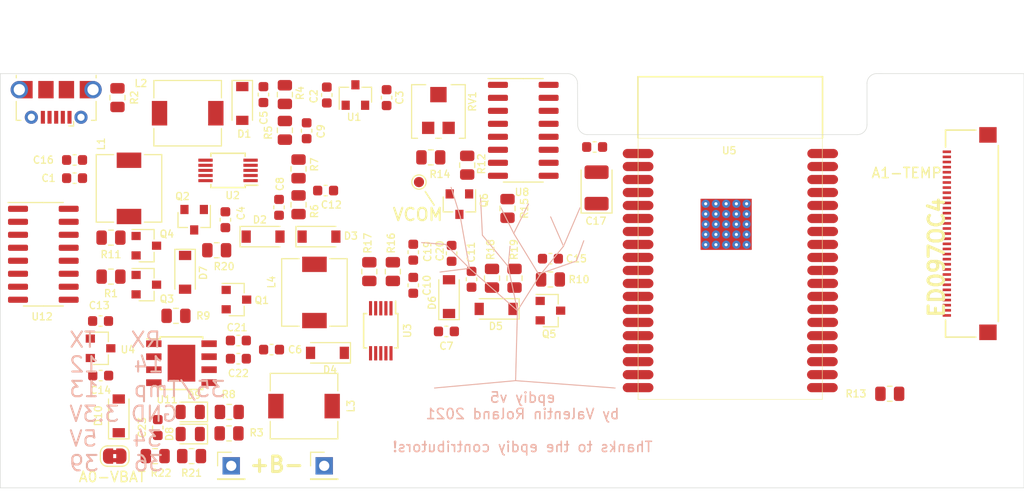
<source format=kicad_pcb>
(kicad_pcb (version 20210228) (generator pcbnew)
  (layers (0 "F.Cu" signal) (31 "B.Cu" signal) (34 "B.Paste" user) (35 "F.Paste" user) (36 "B.SilkS" user "B.Silkscreen") (37 "F.SilkS" user "F.Silkscreen") (38 "B.Mask" user) (39 "F.Mask" user) (44 "Edge.Cuts" user))
  (net 0 "")
  (net 1 "GND")
  (net 2 "Net-(C4-Pad2)")
  (net 3 "Net-(C4-Pad1)")
  (net 4 "/+22V")
  (net 5 "Net-(C5-Pad1)")
  (net 6 "/-20V")
  (net 7 "Net-(C8-Pad1)")
  (net 8 "/-15V")
  (net 9 "/15V")
  (net 10 "/EN")
  (net 11 "Net-(D1-Pad2)")
  (net 12 "/EP_CKH")
  (net 13 "/EP_LE")
  (net 14 "/EP_OE")
  (net 15 "/EP_STH")
  (net 16 "/EP_D0")
  (net 17 "/EP_D1")
  (net 18 "/EP_D2")
  (net 19 "/EP_D3")
  (net 20 "/EP_D4")
  (net 21 "/EP_D5")
  (net 22 "/EP_D6")
  (net 23 "/EP_D7")
  (net 24 "/EP_VCOM")
  (net 25 "/EP_MODE")
  (net 26 "/EP_STV")
  (net 27 "/EP_CKV")
  (net 28 "Net-(J2-Pad2)")
  (net 29 "Net-(J2-Pad3)")
  (net 30 "/MISO")
  (net 31 "/SCLK")
  (net 32 "/MOSI")
  (net 33 "/A0")
  (net 34 "/SENSOR_VN")
  (net 35 "/SENSOR_VP")
  (net 36 "Net-(R14-Pad2)")
  (net 37 "Net-(RV1-Pad2)")
  (net 38 "/USB_TXD")
  (net 39 "/USB_RXD")
  (net 40 "/+3.3V")
  (net 41 "Net-(C7-Pad2)")
  (net 42 "Net-(C7-Pad1)")
  (net 43 "Net-(C10-Pad1)")
  (net 44 "Net-(C11-Pad1)")
  (net 45 "Net-(D4-Pad2)")
  (net 46 "/A1")
  (net 47 "/CTRL-20V")
  (net 48 "/CTRL+22V")
  (net 49 "/CTRL-15V")
  (net 50 "/CTRL+15V")
  (net 51 "SW_VIN")
  (net 52 "EPD_VDD")
  (net 53 "/SMPS_CTRL")
  (net 54 "/~RTS")
  (net 55 "Net-(Q3-Pad1)")
  (net 56 "/~DTR")
  (net 57 "Net-(Q4-Pad1)")
  (net 58 "Net-(Q2-Pad1)")
  (net 59 "Net-(Q6-Pad1)")
  (net 60 "Net-(U5-Pad8)")
  (net 61 "Net-(U5-Pad9)")
  (net 62 "BAT+")
  (net 63 "VBUS")
  (net 64 "Net-(D8-Pad1)")
  (net 65 "Net-(D9-Pad1)")
  (net 66 "Net-(R3-Pad1)")
  (net 67 "Net-(R8-Pad1)")
  (net 68 "Net-(R9-Pad2)")
  (net 69 "VIN")
  (net 70 "/+3.3_Serial")
  (net 71 "Net-(D10-Pad1)")
  (net 72 "Net-(C23-Pad2)")
  (net 73 "/IO0")
  (footprint "Capacitor_SMD:C_0603_1608Metric" (layer "F.Cu") (at 46.99 33.782 90)
    (fp_text reference "C4" (at 0.635 1.524 270) (layer "F.SilkS") (effects (font (size 0.7 0.7) (thickness 0.12))))
    (fp_text value "0.1uF")
    (pad "1" smd roundrect (at -0.775 0 90) (size 0.9 0.95) (layers "F.Cu" "F.Paste" "F.Mask") (net 3 "Net-(C4-Pad1)"))
    (pad "2" smd roundrect (at 0.775 0 90) (size 0.9 0.95) (layers "F.Cu" "F.Paste" "F.Mask") (net 2 "Net-(C4-Pad2)"))
  )
  (footprint "Capacitor_SMD:C_0603_1608Metric" (layer "F.Cu") (at 52.2308 32.5712 -90)
    (fp_text reference "C8" (at -2.2817 -0.0932 90) (layer "F.SilkS") (effects (font (size 0.7 0.7) (thickness 0.12))))
    (fp_text value "100pF")
    (pad "1" smd roundrect (at -0.775 0 270) (size 0.9 0.95) (layers "F.Cu" "F.Paste" "F.Mask") (net 7 "Net-(C8-Pad1)"))
    (pad "2" smd roundrect (at 0.775 0 270) (size 0.9 0.95) (layers "F.Cu" "F.Paste" "F.Mask") (net 6 "/-20V"))
  )
  (footprint "Capacitor_SMD:C_0603_1608Metric" (layer "F.Cu") (at 54.9275 25.0825 90)
    (fp_text reference "C9" (at -0.0635 1.397 90) (layer "F.SilkS") (effects (font (size 0.7 0.7) (thickness 0.12))))
    (fp_text value "1uF")
    (pad "1" smd roundrect (at -0.775 0 90) (size 0.9 0.95) (layers "F.Cu" "F.Paste" "F.Mask") (net 1 "GND"))
    (pad "2" smd roundrect (at 0.775 0 90) (size 0.9 0.95) (layers "F.Cu" "F.Paste" "F.Mask") (net 4 "/+22V"))
  )
  (footprint "Diode_SMD:D_SOD-123" (layer "F.Cu") (at 50.673 35.433)
    (fp_text reference "D2" (at -0.3175 -1.651) (layer "F.SilkS") (effects (font (size 0.7 0.7) (thickness 0.12))))
    (fp_text value "MBR0540")
    (pad "1" smd rect (at -1.65 0) (size 0.9 1.2) (layers "F.Cu" "F.Paste" "F.Mask") (net 1 "GND"))
    (pad "2" smd rect (at 1.65 0) (size 0.9 1.2) (layers "F.Cu" "F.Paste" "F.Mask") (net 3 "Net-(C4-Pad1)"))
  )
  (footprint "Diode_SMD:D_SOD-123" (layer "F.Cu") (at 56.134 35.433)
    (fp_text reference "D3" (at 3.1115 -0.0635) (layer "F.SilkS") (effects (font (size 0.7 0.7) (thickness 0.12))))
    (fp_text value "MBR0540")
    (pad "1" smd rect (at -1.65 0) (size 0.9 1.2) (layers "F.Cu" "F.Paste" "F.Mask") (net 3 "Net-(C4-Pad1)"))
    (pad "2" smd rect (at 1.65 0) (size 0.9 1.2) (layers "F.Cu" "F.Paste" "F.Mask") (net 6 "/-20V"))
  )
  (footprint "epaper-breakout:CONN_ED097OC4" (layer "F.Cu") (at 115.01325 35.14 -90)
    (fp_text reference "J1" hide)
    (fp_text value "XF2M-3315-1A" hide)
    (pad "1" smd rect (at 7.999999 -2.4511) (size 0.8128 0.254) (layers "F.Cu" "F.Paste" "F.Mask") (net 8 "/-15V"))
    (pad "2" smd rect (at 7.5 -2.4511) (size 0.8128 0.254) (layers "F.Cu" "F.Paste" "F.Mask"))
    (pad "3" smd rect (at 6.999999 -2.4511) (size 0.8128 0.254) (layers "F.Cu" "F.Paste" "F.Mask") (net 9 "/15V"))
    (pad "4" smd rect (at 6.5 -2.4511) (size 0.8128 0.254) (layers "F.Cu" "F.Paste" "F.Mask"))
    (pad "5" smd rect (at 5.999998 -2.4511) (size 0.8128 0.254) (layers "F.Cu" "F.Paste" "F.Mask") (net 1 "GND"))
    (pad "6" smd rect (at 5.499999 -2.4511) (size 0.8128 0.254) (layers "F.Cu" "F.Paste" "F.Mask"))
    (pad "7" smd rect (at 5 -2.4511) (size 0.8128 0.254) (layers "F.Cu" "F.Paste" "F.Mask") (net 52 "EPD_VDD"))
    (pad "8" smd rect (at 4.499999 -2.4511) (size 0.8128 0.254) (layers "F.Cu" "F.Paste" "F.Mask") (net 12 "/EP_CKH"))
    (pad "9" smd rect (at 4 -2.4511) (size 0.8128 0.254) (layers "F.Cu" "F.Paste" "F.Mask") (net 13 "/EP_LE"))
    (pad "10" smd rect (at 3.499998 -2.4511) (size 0.8128 0.254) (layers "F.Cu" "F.Paste" "F.Mask") (net 14 "/EP_OE"))
    (pad "11" smd rect (at 2.999999 -2.4511) (size 0.8128 0.254) (layers "F.Cu" "F.Paste" "F.Mask") (net 52 "EPD_VDD"))
    (pad "12" smd rect (at 2.5 -2.4511) (size 0.8128 0.254) (layers "F.Cu" "F.Paste" "F.Mask") (net 15 "/EP_STH"))
    (pad "13" smd rect (at 1.999999 -2.4511) (size 0.8128 0.254) (layers "F.Cu" "F.Paste" "F.Mask") (net 16 "/EP_D0"))
    (pad "14" smd rect (at 1.5 -2.4511) (size 0.8128 0.254) (layers "F.Cu" "F.Paste" "F.Mask") (net 17 "/EP_D1"))
    (pad "15" smd rect (at 0.999998 -2.4511) (size 0.8128 0.254) (layers "F.Cu" "F.Paste" "F.Mask") (net 18 "/EP_D2"))
    (pad "16" smd rect (at 0.499999 -2.4511) (size 0.8128 0.254) (layers "F.Cu" "F.Paste" "F.Mask") (net 19 "/EP_D3"))
    (pad "17" smd rect (at 0 -2.4511) (size 0.8128 0.254) (layers "F.Cu" "F.Paste" "F.Mask") (net 20 "/EP_D4"))
    (pad "18" smd rect (at -0.500002 -2.4511) (size 0.8128 0.254) (layers "F.Cu" "F.Paste" "F.Mask") (net 21 "/EP_D5"))
    (pad "19" smd rect (at -1.000001 -2.4511) (size 0.8128 0.254) (layers "F.Cu" "F.Paste" "F.Mask") (net 22 "/EP_D6"))
    (pad "20" smd rect (at -1.5 -2.4511) (size 0.8128 0.254) (layers "F.Cu" "F.Paste" "F.Mask") (net 23 "/EP_D7"))
    (pad "21" smd rect (at -2.000001 -2.4511) (size 0.8128 0.254) (layers "F.Cu" "F.Paste" "F.Mask"))
    (pad "22" smd rect (at -2.5 -2.4511) (size 0.8128 0.254) (layers "F.Cu" "F.Paste" "F.Mask") (net 24 "/EP_VCOM"))
    (pad "23" smd rect (at -3.000002 -2.4511) (size 0.8128 0.254) (layers "F.Cu" "F.Paste" "F.Mask"))
    (pad "24" smd rect (at -3.500001 -2.4511) (size 0.8128 0.254) (layers "F.Cu" "F.Paste" "F.Mask") (net 4 "/+22V"))
    (pad "25" smd rect (at -4 -2.4511) (size 0.8128 0.254) (layers "F.Cu" "F.Paste" "F.Mask"))
    (pad "26" smd rect (at -4.500001 -2.4511) (size 0.8128 0.254) (layers "F.Cu" "F.Paste" "F.Mask") (net 6 "/-20V"))
    (pad "27" smd rect (at -5 -2.4511) (size 0.8128 0.254) (layers "F.Cu" "F.Paste" "F.Mask"))
    (pad "28" smd rect (at -5.500002 -2.4511) (size 0.8128 0.254) (layers "F.Cu" "F.Paste" "F.Mask") (net 25 "/EP_MODE"))
    (pad "29" smd rect (at -6.000001 -2.4511) (size 0.8128 0.254) (layers "F.Cu" "F.Paste" "F.Mask") (net 25 "/EP_MODE"))
    (pad "30" smd rect (at -6.5 -2.4511) (size 0.8128 0.254) (layers "F.Cu" "F.Paste" "F.Mask") (net 52 "EPD_VDD"))
    (pad "31" smd rect (at -7.000001 -2.4511) (size 0.8128 0.254) (layers "F.Cu" "F.Paste" "F.Mask") (net 26 "/EP_STV"))
    (pad "32" smd rect (at -7.5 -2.4511) (size 0.8128 0.254) (layers "F.Cu" "F.Paste" "F.Mask") (net 27 "/EP_CKV"))
    (pad "33" smd rect (at -8.000002 -2.4511) (size 0.8128 0.254) (layers "F.Cu" "F.Paste" "F.Mask") (net 1 "GND"))
    (pad "34" smd rect (at -9.652 -6.4643 270) (size 1.524 1.7018) (layers "F.Cu" "F.Paste" "F.Mask"))
    (pad "35" smd rect (at 9.652 -6.4643 270) (size 1.524 1.7018) (layers "F.Cu" "F.Paste" "F.Mask"))
  )
  (footprint "epaper-breakout:USB_Micro-B_A01SB141B1-067" (layer "F.Cu") (at 30.463 21.065 180)
    (fp_text reference "J2")
    (fp_text value "C10418")
    (pad "1" smd rect (at -1.3 -2.7 180) (size 0.4 1.25) (layers "F.Cu" "F.Paste" "F.Mask") (net 63 "VBUS"))
    (pad "2" smd rect (at -0.65 -2.7 180) (size 0.4 1.25) (layers "F.Cu" "F.Paste" "F.Mask") (net 28 "Net-(J2-Pad2)"))
    (pad "3" smd rect (at 0 -2.7 180) (size 0.4 1.25) (layers "F.Cu" "F.Paste" "F.Mask") (net 29 "Net-(J2-Pad3)"))
    (pad "4" smd rect (at 0.65 -2.7 180) (size 0.4 1.25) (layers "F.Cu" "F.Paste" "F.Mask"))
    (pad "5" smd rect (at 1.3 -2.7 180) (size 0.4 1.25) (layers "F.Cu" "F.Paste" "F.Mask") (net 1 "GND"))
    (pad "6" thru_hole circle (at 2.425 -2.7 180) (size 1.29 1.29) (drill 0.7) (layers *.Cu *.Mask "F.Paste") (net 1 "GND"))
    (pad "6" thru_hole circle (at -2.425 -2.7 180) (size 1.29 1.29) (drill 0.7) (layers *.Cu *.Mask "F.Paste") (net 1 "GND"))
    (pad "GND" smd rect (at 2.9 0 180) (size 1.2 1.7) (layers "F.Cu" "F.Paste" "F.Mask"))
    (pad "GND" thru_hole circle (at 3.6 0 180) (size 1.7 1.7) (drill oval 1.1) (layers *.Cu *.Mask "F.Paste"))
    (pad "GND" smd rect (at 1 0 180) (size 1.5 1.7) (layers "F.Cu" "F.Paste" "F.Mask"))
    (pad "GND" thru_hole circle (at -3.6 0) (size 1.7 1.7) (drill oval 1.1) (layers *.Cu *.Mask "F.Paste"))
    (pad "GND" smd rect (at -1 0 180) (size 1.5 1.7) (layers "F.Cu" "F.Paste" "F.Mask"))
    (pad "GND" smd rect (at -2.9 0 180) (size 1.2 1.7) (layers "F.Cu" "F.Paste" "F.Mask"))
  )
  (footprint "Inductor_SMD:L_6.3x6.3_H3" (layer "F.Cu") (at 43.307 23.368 180)
    (fp_text reference "L2" (at 4.572 2.921 180) (layer "F.SilkS") (effects (font (size 0.7 0.7) (thickness 0.12))))
    (fp_text value "22uH")
    (pad "1" smd rect (at -2.75 0 180) (size 1.5 2.4) (layers "F.Cu" "F.Paste" "F.Mask") (net 11 "Net-(D1-Pad2)"))
    (pad "2" smd rect (at 2.75 0 180) (size 1.5 2.4) (layers "F.Cu" "F.Paste" "F.Mask") (net 51 "SW_VIN"))
  )
  (footprint "Resistor_SMD:R_0805_2012Metric" (layer "F.Cu") (at 74.549 32.679 -90)
    (fp_text reference "R15" (at 0 -1.65 90) (layer "F.SilkS") (effects (font (size 0.7 0.7) (thickness 0.12))))
    (fp_text value "10k")
    (pad "1" smd roundrect (at -0.9125 0 270) (size 1.025 1.4) (layers "F.Cu" "F.Paste" "F.Mask") (roundrect_rratio 0.2439014634146341) (net 40 "/+3.3V"))
    (pad "2" smd roundrect (at 0.9125 0 270) (size 1.025 1.4) (layers "F.Cu" "F.Paste" "F.Mask") (roundrect_rratio 0.2439014634146341) (net 73 "/IO0"))
  )
  (footprint "epaper-breakout:EVM3ESX50B25" (layer "F.Cu") (at 67.8 23.2 -90)
    (fp_text reference "RV1" (at -0.975 -3.32 90) (layer "F.SilkS") (effects (font (size 0.7 0.7) (thickness 0.12))))
    (fp_text value "200k")
    (pad "1" smd rect (at 1.6 1 270) (size 1.2 1.2) (layers "F.Cu" "F.Paste" "F.Mask") (net 1 "GND"))
    (pad "2" smd rect (at -1.65 0 270) (size 1.5 1.6) (layers "F.Cu" "F.Paste" "F.Mask") (net 37 "Net-(RV1-Pad2)"))
    (pad "3" smd rect (at 1.6 -1 270) (size 1.2 1.2) (layers "F.Cu" "F.Paste" "F.Mask") (net 36 "Net-(R14-Pad2)"))
  )
  (footprint "Package_SO:SOIC-16_3.9x9.9mm_P1.27mm" (layer "F.Cu") (at 76.09 25.04)
    (fp_text reference "U8" (at -0.127 6.0452) (layer "F.SilkS") (effects (font (size 0.7 0.7) (thickness 0.12))))
    (fp_text value "74HC4094-normal")
    (pad "1" smd roundrect (at -2.475 -4.445) (size 1.95 0.6) (layers "F.Cu" "F.Paste" "F.Mask") (net 73 "/IO0"))
    (pad "2" smd roundrect (at -2.475 -3.175) (size 1.95 0.6) (layers "F.Cu" "F.Paste" "F.Mask") (net 61 "Net-(U5-Pad9)"))
    (pad "3" smd roundrect (at -2.475 -1.905) (size 1.95 0.6) (layers "F.Cu" "F.Paste" "F.Mask") (net 60 "Net-(U5-Pad8)"))
    (pad "4" smd roundrect (at -2.475 -0.635) (size 1.95 0.6) (layers "F.Cu" "F.Paste" "F.Mask") (net 53 "/SMPS_CTRL"))
    (pad "5" smd roundrect (at -2.475 0.635) (size 1.95 0.6) (layers "F.Cu" "F.Paste" "F.Mask") (net 50 "/CTRL+15V"))
    (pad "6" smd roundrect (at -2.475 1.905) (size 1.95 0.6) (layers "F.Cu" "F.Paste" "F.Mask") (net 49 "/CTRL-15V"))
    (pad "7" smd roundrect (at -2.475 3.175) (size 1.95 0.6) (layers "F.Cu" "F.Paste" "F.Mask") (net 47 "/CTRL-20V"))
    (pad "8" smd roundrect (at -2.475 4.445) (size 1.95 0.6) (layers "F.Cu" "F.Paste" "F.Mask") (net 1 "GND"))
    (pad "9" smd roundrect (at 2.475 4.445) (size 1.95 0.6) (layers "F.Cu" "F.Paste" "F.Mask"))
    (pad "10" smd roundrect (at 2.475 3.175) (size 1.95 0.6) (layers "F.Cu" "F.Paste" "F.Mask"))
    (pad "11" smd roundrect (at 2.475 1.905) (size 1.95 0.6) (layers "F.Cu" "F.Paste" "F.Mask") (net 14 "/EP_OE"))
    (pad "12" smd roundrect (at 2.475 0.635) (size 1.95 0.6) (layers "F.Cu" "F.Paste" "F.Mask") (net 25 "/EP_MODE"))
    (pad "13" smd roundrect (at 2.475 -0.635) (size 1.95 0.6) (layers "F.Cu" "F.Paste" "F.Mask") (net 48 "/CTRL+22V"))
    (pad "14" smd roundrect (at 2.475 -1.905) (size 1.95 0.6) (layers "F.Cu" "F.Paste" "F.Mask") (net 26 "/EP_STV"))
    (pad "15" smd roundrect (at 2.475 -3.175) (size 1.95 0.6) (layers "F.Cu" "F.Paste" "F.Mask") (net 40 "/+3.3V"))
    (pad "16" smd roundrect (at 2.475 -4.445) (size 1.95 0.6) (layers "F.Cu" "F.Paste" "F.Mask") (net 40 "/+3.3V"))
  )
  (footprint "Inductor_SMD:L_6.3x6.3_H3" (layer "F.Cu") (at 37.575 30.717 90)
    (fp_text reference "L1" (at 4.3434 -2.7178 90) (layer "F.SilkS") (effects (font (size 0.7 0.7) (thickness 0.12))))
    (fp_text value "22uH")
    (pad "1" smd rect (at -2.75 0 90) (size 1.5 2.4) (layers "F.Cu" "F.Paste" "F.Mask") (net 2 "Net-(C4-Pad2)"))
    (pad "2" smd rect (at 2.75 0 90) (size 1.5 2.4) (layers "F.Cu" "F.Paste" "F.Mask") (net 51 "SW_VIN"))
  )
  (footprint "Capacitor_SMD:C_0603_1608Metric" (layer "F.Cu") (at 78.74 37.592)
    (fp_text reference "C15" (at 2.54 0 180) (layer "F.SilkS") (effects (font (size 0.7 0.7) (thickness 0.12))))
    (fp_text value "0.1uF")
    (pad "1" smd roundrect (at -0.775 0) (size 0.9 0.95) (layers "F.Cu" "F.Paste" "F.Mask") (net 10 "/EN"))
    (pad "2" smd roundrect (at 0.775 0) (size 0.9 0.95) (layers "F.Cu" "F.Paste" "F.Mask") (net 1 "GND"))
  )
  (footprint "Resistor_SMD:R_0805_2012Metric" (layer "F.Cu") (at 111.887 50.8 180)
    (fp_text reference "R13" (at 3.302 0) (layer "F.SilkS") (effects (font (size 0.7 0.7) (thickness 0.12))))
    (fp_text value "10k")
    (pad "1" smd roundrect (at -0.9125 0 180) (size 1.025 1.4) (layers "F.Cu" "F.Paste" "F.Mask") (roundrect_rratio 0.2439014634146341) (net 13 "/EP_LE"))
    (pad "2" smd roundrect (at 0.9125 0 180) (size 1.025 1.4) (layers "F.Cu" "F.Paste" "F.Mask") (roundrect_rratio 0.2439014634146341) (net 1 "GND"))
  )
  (footprint "Resistor_SMD:R_0805_2012Metric" (layer "F.Cu") (at 52.8023 21.5476 -90)
    (fp_text reference "R4" (at -0.1481 -1.4902 90) (layer "F.SilkS") (effects (font (size 0.7 0.7) (thickness 0.12))))
    (fp_text value "2M")
    (pad "1" smd roundrect (at -0.9125 0 270) (size 1.025 1.4) (layers "F.Cu" "F.Paste" "F.Mask") (roundrect_rratio 0.2439014634146341) (net 4 "/+22V"))
    (pad "2" smd roundrect (at 0.9125 0 270) (size 1.025 1.4) (layers "F.Cu" "F.Paste" "F.Mask") (roundrect_rratio 0.2439014634146341) (net 5 "Net-(C5-Pad1)"))
  )
  (footprint "Diode_SMD:D_SOD-123" (layer "F.Cu") (at 48.641 22.4155 -90)
    (fp_text reference "D1" (at 2.9845 -0.1905 180) (layer "F.SilkS") (effects (font (size 0.7 0.7) (thickness 0.12))))
    (fp_text value "MBR0540")
    (pad "1" smd rect (at -1.65 0 270) (size 0.9 1.2) (layers "F.Cu" "F.Paste" "F.Mask") (net 4 "/+22V"))
    (pad "2" smd rect (at 1.65 0 270) (size 0.9 1.2) (layers "F.Cu" "F.Paste" "F.Mask") (net 11 "Net-(D1-Pad2)"))
  )
  (footprint "Resistor_SMD:R_0805_2012Metric" (layer "F.Cu") (at 52.8023 25.0401 -90)
    (fp_text reference "R5" (at 0.2329 1.6213 90) (layer "F.SilkS") (effects (font (size 0.7 0.7) (thickness 0.12))))
    (fp_text value "120k")
    (pad "1" smd roundrect (at -0.9125 0 270) (size 1.025 1.4) (layers "F.Cu" "F.Paste" "F.Mask") (roundrect_rratio 0.2439014634146341) (net 5 "Net-(C5-Pad1)"))
    (pad "2" smd roundrect (at 0.9125 0 270) (size 1.025 1.4) (layers "F.Cu" "F.Paste" "F.Mask") (roundrect_rratio 0.2439014634146341) (net 1 "GND"))
  )
  (footprint "Capacitor_SMD:C_0603_1608Metric" (layer "F.Cu") (at 50.7068 21.5476 90)
    (fp_text reference "C5" (at -2.2649 0.0297 270) (layer "F.SilkS") (effects (font (size 0.7 0.7) (thickness 0.12))))
    (fp_text value "4.7pF")
    (pad "1" smd roundrect (at -0.775 0 90) (size 0.9 0.95) (layers "F.Cu" "F.Paste" "F.Mask") (net 5 "Net-(C5-Pad1)"))
    (pad "2" smd roundrect (at 0.775 0 90) (size 0.9 0.95) (layers "F.Cu" "F.Paste" "F.Mask") (net 4 "/+22V"))
  )
  (footprint "Capacitor_SMD:C_0603_1608Metric" (layer "F.Cu") (at 56.7808 30.9312 180)
    (fp_text reference "C12" (at -0.5597 -1.3903 180) (layer "F.SilkS") (effects (font (size 0.7 0.7) (thickness 0.12))))
    (fp_text value "1uF")
    (pad "1" smd roundrect (at -0.775 0 180) (size 0.9 0.95) (layers "F.Cu" "F.Paste" "F.Mask") (net 1 "GND"))
    (pad "2" smd roundrect (at 0.775 0 180) (size 0.9 0.95) (layers "F.Cu" "F.Paste" "F.Mask") (net 6 "/-20V"))
  )
  (footprint "Resistor_SMD:R_0805_2012Metric" (layer "F.Cu") (at 54.1358 28.812 90)
    (fp_text reference "R7" (at 0.4275 1.5537 270) (layer "F.SilkS") (effects (font (size 0.7 0.7) (thickness 0.12))))
    (fp_text value "39k")
    (pad "1" smd roundrect (at -0.9125 0 90) (size 1.025 1.4) (layers "F.Cu" "F.Paste" "F.Mask") (roundrect_rratio 0.2439014634146341) (net 7 "Net-(C8-Pad1)"))
    (pad "2" smd roundrect (at 0.9125 0 90) (size 1.025 1.4) (layers "F.Cu" "F.Paste" "F.Mask") (roundrect_rratio 0.2439014634146341) (net 1 "GND"))
  )
  (footprint "Resistor_SMD:R_0805_2012Metric" (layer "F.Cu") (at 54.1358 32.3195 90)
    (fp_text reference "R6" (at -0.637 1.5537 270) (layer "F.SilkS") (effects (font (size 0.7 0.7) (thickness 0.12))))
    (fp_text value "560k")
    (pad "1" smd roundrect (at -0.9125 0 90) (size 1.025 1.4) (layers "F.Cu" "F.Paste" "F.Mask") (roundrect_rratio 0.2439014634146341) (net 6 "/-20V"))
    (pad "2" smd roundrect (at 0.9125 0 90) (size 1.025 1.4) (layers "F.Cu" "F.Paste" "F.Mask") (roundrect_rratio 0.2439014634146341) (net 7 "Net-(C8-Pad1)"))
  )
  (footprint "Resistor_SMD:R_0805_2012Metric" (layer "F.Cu") (at 78.74 39.624 180)
    (fp_text reference "R10" (at -2.794 0) (layer "F.SilkS") (effects (font (size 0.7 0.7) (thickness 0.12))))
    (fp_text value "10k")
    (pad "1" smd roundrect (at -0.9125 0 180) (size 1.025 1.4) (layers "F.Cu" "F.Paste" "F.Mask") (roundrect_rratio 0.2439014634146341) (net 40 "/+3.3V"))
    (pad "2" smd roundrect (at 0.9125 0 180) (size 1.025 1.4) (layers "F.Cu" "F.Paste" "F.Mask") (roundrect_rratio 0.2439014634146341) (net 10 "/EN"))
  )
  (footprint "Capacitor_SMD:C_0603_1608Metric" (layer "F.Cu") (at 56.896 21.59 90)
    (fp_text reference "C2" (at -0.127 -1.27 90) (layer "F.SilkS") (effects (font (size 0.7 0.7) (thickness 0.12))))
    (fp_text value "10uF")
    (pad "1" smd roundrect (at -0.775 0 90) (size 0.9 0.95) (layers "F.Cu" "F.Paste" "F.Mask") (net 1 "GND"))
    (pad "2" smd roundrect (at 0.775 0 90) (size 0.9 0.95) (layers "F.Cu" "F.Paste" "F.Mask") (net 69 "VIN"))
  )
  (footprint "Capacitor_SMD:C_0603_1608Metric" (layer "F.Cu") (at 32.258 27.94 180)
    (fp_text reference "C1" (at 2.54 -1.778) (layer "F.SilkS") (effects (font (size 0.7 0.7) (thickness 0.12))))
    (fp_text value "4.7uF")
    (pad "1" smd roundrect (at -0.775 0 180) (size 0.9 0.95) (layers "F.Cu" "F.Paste" "F.Mask") (net 51 "SW_VIN"))
    (pad "2" smd roundrect (at 0.775 0 180) (size 0.9 0.95) (layers "F.Cu" "F.Paste" "F.Mask") (net 1 "GND"))
  )
  (footprint "TestPoint:TestPoint_Pad_D1.0mm" (layer "F.Cu") (at 65.9 30.1)
    (fp_text reference "TP1" hide)
    (fp_text value "TestPoint_Probe")
    (pad "1" smd circle (at 0 0) (size 1 1) (layers "F.Cu" "F.Mask") (net 24 "/EP_VCOM"))
  )
  (footprint "Capacitor_SMD:C_0603_1608Metric" (layer "F.Cu") (at 65.3415 40.1955 90)
    (fp_text reference "C10" (at 0 1.3335 270) (layer "F.SilkS") (effects (font (size 0.7 0.7) (thickness 0.12))))
    (fp_text value "4.7pF")
    (pad "1" smd roundrect (at -0.775 0 90) (size 0.9 0.95) (layers "F.Cu" "F.Paste" "F.Mask") (net 43 "Net-(C10-Pad1)"))
    (pad "2" smd roundrect (at 0.775 0 90) (size 0.9 0.95) (layers "F.Cu" "F.Paste" "F.Mask") (net 9 "/15V"))
  )
  (footprint "Capacitor_SMD:C_0603_1608Metric" (layer "F.Cu") (at 71.0348 39.6032 90)
    (fp_text reference "C11" (at 2.6462 -0.0418 90) (layer "F.SilkS") (effects (font (size 0.7 0.7) (thickness 0.12))))
    (fp_text value "100pF")
    (pad "1" smd roundrect (at -0.775 0 90) (size 0.9 0.95) (layers "F.Cu" "F.Paste" "F.Mask") (net 44 "Net-(C11-Pad1)"))
    (pad "2" smd roundrect (at 0.775 0 90) (size 0.9 0.95) (layers "F.Cu" "F.Paste" "F.Mask") (net 8 "/-15V"))
  )
  (footprint "Capacitor_SMD:C_0603_1608Metric" (layer "F.Cu") (at 69.088 37.071 -90)
    (fp_text reference "C20" (at -0.241 1.143 -90) (layer "F.SilkS") (effects (font (size 0.7 0.7) (thickness 0.12))))
    (fp_text value "1uF")
    (pad "1" smd roundrect (at -0.775 0 270) (size 0.9 0.95) (layers "F.Cu" "F.Paste" "F.Mask") (net 1 "GND"))
    (pad "2" smd roundrect (at 0.775 0 270) (size 0.9 0.95) (layers "F.Cu" "F.Paste" "F.Mask") (net 8 "/-15V"))
  )
  (footprint "Diode_SMD:D_SOD-123" (layer "F.Cu") (at 73.4348 42.5032 180)
    (fp_text reference "D5" (at 0.0288 -1.6928) (layer "F.SilkS") (effects (font (size 0.7 0.7) (thickness 0.12))))
    (fp_text value "MBR0540")
    (pad "1" smd rect (at -1.65 0 180) (size 0.9 1.2) (layers "F.Cu" "F.Paste" "F.Mask") (net 1 "GND"))
    (pad "2" smd rect (at 1.65 0 180) (size 0.9 1.2) (layers "F.Cu" "F.Paste" "F.Mask") (net 42 "Net-(C7-Pad1)"))
  )
  (footprint "Diode_SMD:D_SOD-123" (layer "F.Cu") (at 68.8348 41.3032 90)
    (fp_text reference "D6" (at -0.6068 -1.6518 90) (layer "F.SilkS") (effects (font (size 0.7 0.7) (thickness 0.12))))
    (fp_text value "MBR0540")
    (pad "1" smd rect (at -1.65 0 90) (size 0.9 1.2) (layers "F.Cu" "F.Paste" "F.Mask") (net 42 "Net-(C7-Pad1)"))
    (pad "2" smd rect (at 1.65 0 90) (size 0.9 1.2) (layers "F.Cu" "F.Paste" "F.Mask") (net 8 "/-15V"))
  )
  (footprint "Inductor_SMD:L_6.3x6.3_H3" (layer "F.Cu") (at 55.6895 40.894 90)
    (fp_text reference "L4" (at 1.016 -4.191 270) (layer "F.SilkS") (effects (font (size 0.7 0.7) (thickness 0.12))))
    (fp_text value "22uH")
    (pad "1" smd rect (at -2.75 0 90) (size 1.5 2.4) (layers "F.Cu" "F.Paste" "F.Mask") (net 45 "Net-(D4-Pad2)"))
    (pad "2" smd rect (at 2.75 0 90) (size 1.5 2.4) (layers "F.Cu" "F.Paste" "F.Mask") (net 51 "SW_VIN"))
  )
  (footprint "Resistor_SMD:R_0805_2012Metric" (layer "F.Cu") (at 63.3497 38.8543 -90)
    (fp_text reference "R16" (at -2.7863 0.1672 90) (layer "F.SilkS") (effects (font (size 0.7 0.7) (thickness 0.12))))
    (fp_text value "300k")
    (pad "1" smd roundrect (at -0.9125 0 270) (size 1.025 1.4) (layers "F.Cu" "F.Paste" "F.Mask") (roundrect_rratio 0.2439014634146341) (net 9 "/15V"))
    (pad "2" smd roundrect (at 0.9125 0 270) (size 1.025 1.4) (layers "F.Cu" "F.Paste" "F.Mask") (roundrect_rratio 0.2439014634146341) (net 43 "Net-(C10-Pad1)"))
  )
  (footprint "Resistor_SMD:R_0805_2012Metric" (layer "F.Cu") (at 61.0497 38.8543 90)
    (fp_text reference "R17" (at 2.7863 -0.1532 90) (layer "F.SilkS") (effects (font (size 0.7 0.7) (thickness 0.12))))
    (fp_text value "27k")
    (pad "1" smd roundrect (at -0.9125 0 90) (size 1.025 1.4) (layers "F.Cu" "F.Paste" "F.Mask") (roundrect_rratio 0.2439014634146341) (net 43 "Net-(C10-Pad1)"))
    (pad "2" smd roundrect (at 0.9125 0 90) (size 1.025 1.4) (layers "F.Cu" "F.Paste" "F.Mask") (roundrect_rratio 0.2439014634146341) (net 1 "GND"))
  )
  (footprint "Resistor_SMD:R_0805_2012Metric" (layer "F.Cu") (at 73.0348 39.5032 -90)
    (fp_text reference "R18" (at -2.8002 0.1368 90) (layer "F.SilkS") (effects (font (size 0.7 0.7) (thickness 0.12))))
    (fp_text value "110k")
    (pad "1" smd roundrect (at -0.9125 0 270) (size 1.025 1.4) (layers "F.Cu" "F.Paste" "F.Mask") (roundrect_rratio 0.2439014634146341) (net 8 "/-15V"))
    (pad "2" smd roundrect (at 0.9125 0 270) (size 1.025 1.4) (layers "F.Cu" "F.Paste" "F.Mask") (roundrect_rratio 0.2439014634146341) (net 44 "Net-(C11-Pad1)"))
  )
  (footprint "Resistor_SMD:R_0805_2012Metric" (layer "F.Cu") (at 75.2348 39.5032 90)
    (fp_text reference "R19" (at 2.8002 -0.0508 90) (layer "F.SilkS") (effects (font (size 0.7 0.7) (thickness 0.12))))
    (fp_text value "10k")
    (pad "1" smd roundrect (at -0.9125 0 90) (size 1.025 1.4) (layers "F.Cu" "F.Paste" "F.Mask") (roundrect_rratio 0.2439014634146341) (net 44 "Net-(C11-Pad1)"))
    (pad "2" smd roundrect (at 0.9125 0 90) (size 1.025 1.4) (layers "F.Cu" "F.Paste" "F.Mask") (roundrect_rratio 0.2439014634146341) (net 1 "GND"))
  )
  (footprint "Package_TO_SOT_SMD:SOT-23" (layer "F.Cu") (at 59.69 21.59 90)
    (fp_text reference "U1" (at -2.159 -0.127 180) (layer "F.SilkS") (effects (font (size 0.7 0.7) (thickness 0.12))))
    (fp_text value "MCP1700-3302E_SOT23")
    (pad "1" smd rect (at -1 -0.95 90) (size 0.9 0.8) (layers "F.Cu" "F.Paste" "F.Mask") (net 1 "GND"))
    (pad "2" smd rect (at -1 0.95 90) (size 0.9 0.8) (layers "F.Cu" "F.Paste" "F.Mask") (net 40 "/+3.3V"))
    (pad "3" smd rect (at 1 0 90) (size 0.9 0.8) (layers "F.Cu" "F.Paste" "F.Mask") (net 69 "VIN"))
  )
  (footprint "Package_SO:MSOP-10_3x3mm_P0.5mm" (layer "F.Cu") (at 62.17 44.64 -90)
    (fp_text reference "U3" (at 0 -2.6 90) (layer "F.SilkS") (effects (font (size 0.7 0.7) (thickness 0.12))))
    (fp_text value "LT1945")
    (pad "1" smd rect (at -2.2 -1 270) (size 1.4 0.3) (layers "F.Cu" "F.Paste" "F.Mask") (net 44 "Net-(C11-Pad1)"))
    (pad "2" smd rect (at -2.2 -0.5 270) (size 1.4 0.3) (layers "F.Cu" "F.Paste" "F.Mask") (net 49 "/CTRL-15V"))
    (pad "3" smd rect (at -2.2 0 270) (size 1.4 0.3) (layers "F.Cu" "F.Paste" "F.Mask") (net 1 "GND"))
    (pad "4" smd rect (at -2.2 0.5 270) (size 1.4 0.3) (layers "F.Cu" "F.Paste" "F.Mask") (net 50 "/CTRL+15V"))
    (pad "5" smd rect (at -2.2 1 270) (size 1.4 0.3) (layers "F.Cu" "F.Paste" "F.Mask") (net 43 "Net-(C10-Pad1)"))
    (pad "6" smd rect (at 2.2 1 270) (size 1.4 0.3) (layers "F.Cu" "F.Paste" "F.Mask") (net 45 "Net-(D4-Pad2)"))
    (pad "7" smd rect (at 2.2 0.5 270) (size 1.4 0.3) (layers "F.Cu" "F.Paste" "F.Mask") (net 1 "GND"))
    (pad "8" smd rect (at 2.2 0 270) (size 1.4 0.3) (layers "F.Cu" "F.Paste" "F.Mask") (net 51 "SW_VIN"))
    (pad "9" smd rect (at 2.2 -0.5 270) (size 1.4 0.3) (layers "F.Cu" "F.Paste" "F.Mask") (net 1 "GND"))
    (pad "10" smd rect (at 2.2 -1 270) (size 1.4 0.3) (layers "F.Cu" "F.Paste" "F.Mask") (net 41 "Net-(C7-Pad2)"))
  )
  (footprint "Inductor_SMD:L_6.3x6.3_H3" (layer "F.Cu") (at 54.6735 52.0065 180)
    (fp_text reference "L3" (at -4.572 0 90) (layer "F.SilkS") (effects (font (size 0.7 0.7) (thickness 0.12))))
    (fp_text value "22uH")
    (pad "1" smd rect (at -2.75 0 180) (size 1.5 2.4) (layers "F.Cu" "F.Paste" "F.Mask") (net 41 "Net-(C7-Pad2)"))
    (pad "2" smd rect (at 2.75 0 180) (size 1.5 2.4) (layers "F.Cu" "F.Paste" "F.Mask") (net 51 "SW_VIN"))
  )
  (footprint "Capacitor_SMD:C_0603_1608Metric" (layer "F.Cu") (at 65.3415 36.957 -90)
    (fp_text reference "C19" (at -0.0635 -1.397 -90) (layer "F.SilkS") (effects (font (size 0.7 0.7) (thickness 0.12))))
    (fp_text value "1uF")
    (pad "1" smd roundrect (at -0.775 0 270) (size 0.9 0.95) (layers "F.Cu" "F.Paste" "F.Mask") (net 1 "GND"))
    (pad "2" smd roundrect (at 0.775 0 270) (size 0.9 0.95) (layers "F.Cu" "F.Paste" "F.Mask") (net 9 "/15V"))
  )
  (footprint "Resistor_SMD:R_0805_2012Metric" (layer "F.Cu") (at 67.056 27.686)
    (fp_text reference "R14" (at 0.889 1.651) (layer "F.SilkS") (effects (font (size 0.7 0.7) (thickness 0.12))))
    (fp_text value "390k")
    (pad "1" smd roundrect (at -0.9125 0) (size 1.025 1.4) (layers "F.Cu" "F.Paste" "F.Mask") (roundrect_rratio 0.2439014634146341) (net 8 "/-15V"))
    (pad "2" smd roundrect (at 0.9125 0) (size 1.025 1.4) (layers "F.Cu" "F.Paste" "F.Mask") (roundrect_rratio 0.2439014634146341) (net 36 "Net-(R14-Pad2)"))
  )
  (footprint "Capacitor_SMD:C_0603_1608Metric" (layer "F.Cu") (at 32.258 29.718)
    (fp_text reference "C16" (at -3.048 -1.778) (layer "F.SilkS") (effects (font (size 0.7 0.7) (thickness 0.12))))
    (fp_text value "0.1uF")
    (pad "1" smd roundrect (at -0.775 0) (size 0.9 0.95) (layers "F.Cu" "F.Paste" "F.Mask") (net 70 "/+3.3_Serial"))
    (pad "2" smd roundrect (at 0.775 0) (size 0.9 0.95) (layers "F.Cu" "F.Paste" "F.Mask") (net 1 "GND"))
  )
  (footprint "Package_TO_SOT_SMD:SOT-23" (layer "F.Cu") (at 39.2684 40.132)
    (fp_text reference "Q3" (at 2.0066 1.397) (layer "F.SilkS") (effects (font (size 0.7 0.7) (thickness 0.12))))
    (fp_text value "MMBT3904")
    (pad "1" smd rect (at -1 -0.95) (size 0.9 0.8) (layers "F.Cu" "F.Paste" "F.Mask") (net 55 "Net-(Q3-Pad1)"))
    (pad "2" smd rect (at -1 0.95) (size 0.9 0.8) (layers "F.Cu" "F.Paste" "F.Mask") (net 54 "/~RTS"))
    (pad "3" smd rect (at 1 0) (size 0.9 0.8) (layers "F.Cu" "F.Paste" "F.Mask") (net 10 "/EN"))
  )
  (footprint "Resistor_SMD:R_0805_2012Metric" (layer "F.Cu") (at 35.814 39.3446 180)
    (fp_text reference "R1" (at 0 -1.65) (layer "F.SilkS") (effects (font (size 0.7 0.7) (thickness 0.12))))
    (fp_text value "10k")
    (pad "1" smd roundrect (at -0.9125 0 180) (size 1.025 1.4) (layers "F.Cu" "F.Paste" "F.Mask") (roundrect_rratio 0.2439014634146341) (net 55 "Net-(Q3-Pad1)"))
    (pad "2" smd roundrect (at 0.9125 0 180) (size 1.025 1.4) (layers "F.Cu" "F.Paste" "F.Mask") (roundrect_rratio 0.2439014634146341) (net 56 "/~DTR"))
  )
  (footprint "Resistor_SMD:R_0805_2012Metric" (layer "F.Cu") (at 35.814 35.5346 180)
    (fp_text reference "R11" (at 0 -1.65) (layer "F.SilkS") (effects (font (size 0.7 0.7) (thickness 0.12))))
    (fp_text value "10k")
    (pad "1" smd roundrect (at -0.9125 0 180) (size 1.025 1.4) (layers "F.Cu" "F.Paste" "F.Mask") (roundrect_rratio 0.2439014634146341) (net 57 "Net-(Q4-Pad1)"))
    (pad "2" smd roundrect (at 0.9125 0 180) (size 1.025 1.4) (layers "F.Cu" "F.Paste" "F.Mask") (roundrect_rratio 0.2439014634146341) (net 54 "/~RTS"))
  )
  (footprint "Resistor_SMD:R_0805_2012Metric" (layer "F.Cu") (at 70.612 28.448 90)
    (fp_text reference "R12" (at 0.127 1.397 90) (layer "F.SilkS") (effects (font (size 0.7 0.7) (thickness 0.12))))
    (fp_text value "1k")
    (pad "1" smd roundrect (at -0.9125 0 90) (size 1.025 1.4) (layers "F.Cu" "F.Paste" "F.Mask") (roundrect_rratio 0.2439014634146341) (net 59 "Net-(Q6-Pad1)"))
    (pad "2" smd roundrect (at 0.9125 0 90) (size 1.025 1.4) (layers "F.Cu" "F.Paste" "F.Mask") (roundrect_rratio 0.2439014634146341) (net 53 "/SMPS_CTRL"))
  )
  (footprint "esp32-wrover:ESP32-WROVER" (layer "F.Cu") (at 96.305 26.402)
    (fp_text reference "U5" (at -0.1 0.62) (layer "F.SilkS") (effects (font (size 0.7 0.7) (thickness 0.12))))
    (fp_text value "ESP32-WROVER" hide)
    (pad "1" smd oval (at -9 0.91) (size 3 0.9) (layers "F.Cu" "F.Paste" "F.Mask") (net 1 "GND"))
    (pad "2" smd oval (at -9 2.18) (size 3 0.9) (layers "F.Cu" "F.Paste" "F.Mask") (net 40 "/+3.3V"))
    (pad "3" smd oval (at -9 3.45) (size 3 0.9) (layers "F.Cu" "F.Paste" "F.Mask") (net 10 "/EN"))
    (pad "4" smd oval (at -9 4.72) (size 3 0.9) (layers "F.Cu" "F.Paste" "F.Mask") (net 35 "/SENSOR_VP"))
    (pad "5" smd oval (at -9 5.99) (size 3 0.9) (layers "F.Cu" "F.Paste" "F.Mask") (net 34 "/SENSOR_VN"))
    (pad "6" smd oval (at -9 7.26) (size 3 0.9) (layers "F.Cu" "F.Paste" "F.Mask") (net 33 "/A0"))
    (pad "7" smd oval (at -9 8.53) (size 3 0.9) (layers "F.Cu" "F.Paste" "F.Mask") (net 46 "/A1"))
    (pad "8" smd oval (at -9 9.8) (size 3 0.9) (layers "F.Cu" "F.Paste" "F.Mask") (net 60 "Net-(U5-Pad8)"))
    (pad "9" smd oval (at -9 11.07) (size 3 0.9) (layers "F.Cu" "F.Paste" "F.Mask") (net 61 "Net-(U5-Pad9)"))
    (pad "10" smd oval (at -9 12.34) (size 3 0.9) (layers "F.Cu" "F.Paste" "F.Mask") (net 16 "/EP_D0"))
    (pad "11" smd oval (at -9 13.61) (size 3 0.9) (layers "F.Cu" "F.Paste" "F.Mask") (net 27 "/EP_CKV"))
    (pad "12" smd oval (at -9 14.88) (size 3 0.9) (layers "F.Cu" "F.Paste" "F.Mask") (net 15 "/EP_STH"))
    (pad "13" smd oval (at -9 16.15) (size 3 0.9) (layers "F.Cu" "F.Paste" "F.Mask") (net 31 "/SCLK"))
    (pad "14" smd oval (at -9 17.42) (size 3 0.9) (layers "F.Cu" "F.Paste" "F.Mask") (net 30 "/MISO"))
    (pad "15" smd oval (at -9 18.72) (size 3 0.9) (layers "F.Cu" "F.Paste" "F.Mask") (net 1 "GND"))
    (pad "16" smd oval (at -9 19.99) (size 3 0.9) (layers "F.Cu" "F.Paste" "F.Mask") (net 32 "/MOSI"))
    (pad "17" smd oval (at -9 21.26) (size 3 0.9) (layers "F.Cu" "F.Paste" "F.Mask"))
    (pad "18" smd oval (at -9 22.53) (size 3 0.9) (layers "F.Cu" "F.Paste" "F.Mask"))
    (pad "19" smd oval (at -9 23.8) (size 3 0.9) (layers "F.Cu" "F.Paste" "F.Mask"))
    (pad "20" smd oval (at 9 23.8) (size 3 0.9) (layers "F.Cu" "F.Paste" "F.Mask"))
    (pad "21" smd oval (at 9 22.53) (size 3 0.9) (layers "F.Cu" "F.Paste" "F.Mask"))
    (pad "22" smd oval (at 9 21.26) (size 3 0.9) (layers "F.Cu" "F.Paste" "F.Mask"))
    (pad "23" smd oval (at 9 19.99) (size 3 0.9) (layers "F.Cu" "F.Paste" "F.Mask") (net 12 "/EP_CKH"))
    (pad "24" smd oval (at 9 18.72) (size 3 0.9) (layers "F.Cu" "F.Paste" "F.Mask") (net 13 "/EP_LE"))
    (pad "25" smd oval (at 9.03 17.42) (size 3 0.9) (layers "F.Cu" "F.Paste" "F.Mask") (net 73 "/IO0"))
    (pad "26" smd oval (at 9.03 16.15) (size 3 0.9) (layers "F.Cu" "F.Paste" "F.Mask") (net 17 "/EP_D1"))
    (pad "27" smd oval (at 9.03 14.88) (size 3 0.9) (layers "F.Cu" "F.Paste" "F.Mask"))
    (pad "28" smd oval (at 9.03 13.61) (size 3 0.9) (layers "F.Cu" "F.Paste" "F.Mask"))
    (pad "29" smd oval (at 9.03 12.34) (size 3 0.9) (layers "F.Cu" "F.Paste" "F.Mask") (net 18 "/EP_D2"))
    (pad "30" smd oval (at 9.03 11.07) (size 3 0.9) (layers "F.Cu" "F.Paste" "F.Mask") (net 19 "/EP_D3"))
    (pad "31" smd oval (at 9.03 9.8) (size 3 0.9) (layers "F.Cu" "F.Paste" "F.Mask") (net 20 "/EP_D4"))
    (pad "32" smd oval (at 9.03 8.53) (size 3 0.9) (layers "F.Cu" "F.Paste" "F.Mask"))
    (pad "33" smd oval (at 9.03 7.26) (size 3 0.9) (layers "F.Cu" "F.Paste" "F.Mask") (net 21 "/EP_D5"))
    (pad "34" smd oval (at 9.03 5.99) (size 3 0.9) (layers "F.Cu" "F.Paste" "F.Mask") (net 38 "/USB_TXD"))
    (pad "35" smd oval (at 9.03 4.72) (size 3 0.9) (layers "F.Cu" "F.Paste" "F.Mask") (net 39 "/USB_RXD"))
    (pad "36" smd oval (at 9.03 3.45) (size 3 0.9) (layers "F.Cu" "F.Paste" "F.Mask") (net 22 "/EP_D6"))
    (pad "37" smd oval (at 9.03 2.18) (size 3 0.9) (layers "F.Cu" "F.Paste" "F.Mask") (net 23 "/EP_D7"))
    (pad "38" smd oval (at 9.03 0.91) (size 3 0.9) (layers "F.Cu" "F.Paste" "F.Mask") (net 1 "GND"))
    (pad "39" thru_hole circle (at -0.4 8.82) (size 0.8 0.8) (drill 0.3) (layers *.Cu *.Mask) (net 1 "GND"))
    (pad "39" thru_hole circle (at -2.4 7.82) (size 0.8 0.8) (drill 0.3) (layers *.Cu *.Mask) (net 1 "GND"))
    (pad "39" thru_hole circle (at 1.6 5.82) (size 0.8 0.8) (drill 0.3) (layers *.Cu *.Mask) (net 1 "GND"))
    (pad "39" thru_hole circle (at 1.6 6.82) (size 0.8 0.8) (drill 0.3) (layers *.Cu *.Mask) (net 1 "GND"))
    (pad "39" thru_hole circle (at 1.6 9.82) (size 0.8 0.8) (drill 0.3) (layers *.Cu *.Mask) (net 1 "GND"))
    (pad "39" thru_hole circle (at 0.6 8.82) (size 0.8 0.8) (drill 0.3) (layers *.Cu *.Mask) (net 1 "GND"))
    (pad "39" thru_hole circle (at 0.6 9.82) (size 0.8 0.8) (drill 0.3) (layers *.Cu *.Mask) (net 1 "GND"))
    (pad "39" thru_hole circle (at -0.4 6.82) (size 0.8 0.8) (drill 0.3) (layers *.Cu *.Mask) (net 1 "GND"))
    (pad "39" thru_hole circle (at 1.6 7.82) (size 0.8 0.8) (drill 0.3) (layers *.Cu *.Mask) (net 1 "GND"))
    (pad "39" thru_hole circle (at -0.4 5.82) (size 0.8 0.8) (drill 0.3) (layers *.Cu *.Mask) (net 1 "GND"))
    (pad "39" thru_hole circle (at -1.4 6.82) (size 0.8 0.8) (drill 0.3) (layers *.Cu *.Mask) (net 1 "GND"))
    (pad "39" thru_hole circle (at 1.6 8.82) (size 0.8 0.8) (drill 0.3) (layers *.Cu *.Mask) (net 1 "GND"))
    (pad "39" thru_hole circle (at -1.4 8.82) (size 0.8 0.8) (drill 0.3) (layers *.Cu *.Mask) (net 1 "GND"))
    (pad "39" thru_hole circle (at -1.4 7.82) (size 0.8 0.8) (drill 0.3) (layers *.Cu *.Mask) (net 1 "GND"))
    (pad "39" thru_hole circle (at 0.6 5.82) (size 0.8 0.8) (drill 0.3) (layers *.Cu *.Mask) (net 1 "GND"))
    (pad "39" thru_hole circle (at -2.4 8.82) (size 0.8 0.8) (drill 0.3) (layers *.Cu *.Mask) (net 1 "GND"))
    (pad "39" thru_hole circle (at -0.4 7.82) (size 0.8 0.8) (drill 0.3) (layers *.Cu *.Mask) (net 1 "GND"))
    (pad "39" thru_hole circle (at -1.4 9.82) (size 0.8 0.8) (drill 0.3) (layers *.Cu *.Mask) (net 1 "GND"))
    (pad "39" smd rect (at -0.4 7.83) (size 5 5) (layers "F.Cu" "F.Paste" "F.Mask") (net 1 "GND"))
    (pad "39" thru_hole circle (at -0.4 9.82) (size 0.8 0.8) (drill 0.3) (layers *.Cu *.Mask) (net 1 "GND"))
    (pad "39" thru_hole circle (at 0.6 7.82) (size 0.8 0.8) (drill 0.3) (layers *.Cu *.Mask) (net 1 "GND"))
    (pad "39" thru_hole circle (at -2.4 9.82) (size 0.8 0.8) (drill 0.3) (layers *.Cu *.Mask) (net 1 "GND"))
    (pad "39" thru_hole circle (at -2.4 5.82) (size 0.8 0.8) (drill 0.3) (layers *.Cu *.Mask) (net 1 "GND"))
    (pad "39" thru_hole circle (at -1.4 5.82) (size 0.8 0.8) (drill 0.3) (layers *.Cu *.Mask) (net 1 "GND"))
    (pad "39" thru_hole circle (at -2.4 6.82) (size 0.8 0.8) (drill 0.3) (layers *.Cu *.Mask) (net 1 "GND"))
    (pad "39" thru_hole circle (at 0.6 6.82) (size 0.8 0.8) (drill 0.3) (layers *.Cu *.Mask) (net 1 "GND"))
  )
  (footprint "Capacitor_Tantalum_SMD:CP_EIA-3528-15_AVX-H" (layer "F.Cu") (at 83.2485 30.6705 90)
    (fp_text reference "C17" (at -3.2385 -0.0635 180) (layer "F.SilkS") (effects (font (size 0.7 0.7) (thickness 0.12))))
    (fp_text value "100uF")
    (pad "1" smd roundrect (at -1.5375 0 90) (size 1.325 2.35) (layers "F.Cu" "F.Paste" "F.Mask") (roundrect_rratio 0.1886784905660377) (net 40 "/+3.3V"))
    (pad "2" smd roundrect (at 1.5375 0 90) (size 1.325 2.35) (layers "F.Cu" "F.Paste" "F.Mask") (roundrect_rratio 0.1886784905660377) (net 1 "GND"))
  )
  (footprint "Package_TO_SOT_SMD:SOT-23" (layer "F.Cu") (at 39.2684 36.322)
    (fp_text reference "Q4" (at 2.0066 -1.143) (layer "F.SilkS") (effects (font (size 0.7 0.7) (thickness 0.12))))
    (fp_text value "MMBT3904")
    (pad "1" smd rect (at -1 -0.95) (size 0.9 0.8) (layers "F.Cu" "F.Paste" "F.Mask") (net 57 "Net-(Q4-Pad1)"))
    (pad "2" smd rect (at -1 0.95) (size 0.9 0.8) (layers "F.Cu" "F.Paste" "F.Mask") (net 56 "/~DTR"))
    (pad "3" smd rect (at 1 0) (size 0.9 0.8) (layers "F.Cu" "F.Paste" "F.Mask") (net 73 "/IO0"))
  )
  (footprint "Package_TO_SOT_SMD:SOT-23" (layer "F.Cu") (at 78.74 42.672)
    (fp_text reference "Q5" (at -0.127 2.286) (layer "F.SilkS") (effects (font (size 0.7 0.7) (thickness 0.12))))
    (fp_text value "AO3401A")
    (pad "1" smd rect (at -1 -0.95) (size 0.9 0.8) (layers "F.Cu" "F.Paste" "F.Mask") (net 58 "Net-(Q2-Pad1)"))
    (pad "2" smd rect (at -1 0.95) (size 0.9 0.8) (layers "F.Cu" "F.Paste" "F.Mask") (net 40 "/+3.3V"))
    (pad "3" smd rect (at 1 0) (size 0.9 0.8) (layers "F.Cu" "F.Paste" "F.Mask") (net 52 "EPD_VDD"))
  )
  (footprint "Package_TO_SOT_SMD:SOT-23" (layer "F.Cu") (at 43.942 33.782 -90)
    (fp_text reference "Q2" (at -2.286 1.143 180) (layer "F.SilkS") (effects (font (size 0.7 0.7) (thickness 0.12))))
    (fp_text value "AO3401A")
    (pad "1" smd rect (at -1 -0.95 270) (size 0.9 0.8) (layers "F.Cu" "F.Paste" "F.Mask") (net 58 "Net-(Q2-Pad1)"))
    (pad "2" smd rect (at -1 0.95 270) (size 0.9 0.8) (layers "F.Cu" "F.Paste" "F.Mask") (net 69 "VIN"))
    (pad "3" smd rect (at 1 0 270) (size 0.9 0.8) (layers "F.Cu" "F.Paste" "F.Mask") (net 51 "SW_VIN"))
  )
  (footprint "Package_TO_SOT_SMD:SOT-23" (layer "F.Cu") (at 69.85 32.258 -90)
    (fp_text reference "Q6" (at -0.381 -2.413 90) (layer "F.SilkS") (effects (font (size 0.7 0.7) (thickness 0.12))))
    (fp_text value "MMBT3904")
    (pad "1" smd rect (at -1 -0.95 270) (size 0.9 0.8) (layers "F.Cu" "F.Paste" "F.Mask") (net 59 "Net-(Q6-Pad1)"))
    (pad "2" smd rect (at -1 0.95 270) (size 0.9 0.8) (layers "F.Cu" "F.Paste" "F.Mask") (net 1 "GND"))
    (pad "3" smd rect (at 1 0 270) (size 0.9 0.8) (layers "F.Cu" "F.Paste" "F.Mask") (net 58 "Net-(Q2-Pad1)"))
  )
  (footprint "Capacitor_SMD:C_0603_1608Metric" (layer "F.Cu") (at 62.738 21.844 -90)
    (fp_text reference "C3" (at 0 -1.27 -90) (layer "F.SilkS") (effects (font (size 0.7 0.7) (thickness 0.12))))
    (fp_text value "10uF")
    (pad "1" smd roundrect (at -0.775 0 270) (size 0.9 0.95) (layers "F.Cu" "F.Paste" "F.Mask") (net 1 "GND"))
    (pad "2" smd roundrect (at 0.775 0 270) (size 0.9 0.95) (layers "F.Cu" "F.Paste" "F.Mask") (net 40 "/+3.3V"))
  )
  (footprint "Package_SO:MSOP-10_3x3mm_P0.5mm" (layer "F.Cu") (at 47.25 28.96 180)
    (fp_text reference "U2" (at -0.4488 -2.4427) (layer "F.SilkS") (effects (font (size 0.7 0.7) (thickness 0.12))))
    (fp_text value "LT1945")
    (pad "1" smd rect (at -2.2 -1 180) (size 1.4 0.3) (layers "F.Cu" "F.Paste" "F.Mask") (net 7 "Net-(C8-Pad1)"))
    (pad "2" smd rect (at -2.2 -0.5 180) (size 1.4 0.3) (layers "F.Cu" "F.Paste" "F.Mask") (net 47 "/CTRL-20V"))
    (pad "3" smd rect (at -2.2 0 180) (size 1.4 0.3) (layers "F.Cu" "F.Paste" "F.Mask") (net 1 "GND"))
    (pad "4" smd rect (at -2.2 0.5 180) (size 1.4 0.3) (layers "F.Cu" "F.Paste" "F.Mask") (net 48 "/CTRL+22V"))
    (pad "5" smd rect (at -2.2 1 180) (size 1.4 0.3) (layers "F.Cu" "F.Paste" "F.Mask") (net 5 "Net-(C5-Pad1)"))
    (pad "6" smd rect (at 2.2 1 180) (size 1.4 0.3) (layers "F.Cu" "F.Paste" "F.Mask") (net 11 "Net-(D1-Pad2)"))
    (pad "7" smd rect (at 2.2 0.5 180) (size 1.4 0.3) (layers "F.Cu" "F.Paste" "F.Mask") (net 1 "GND"))
    (pad "8" smd rect (at 2.2 0 180) (size 1.4 0.3) (layers "F.Cu" "F.Paste" "F.Mask") (net 51 "SW_VIN"))
    (pad "9" smd rect (at 2.2 -0.5 180) (size 1.4 0.3) (layers "F.Cu" "F.Paste" "F.Mask") (net 1 "GND"))
    (pad "10" smd rect (at 2.2 -1 180) (size 1.4 0.3) (layers "F.Cu" "F.Paste" "F.Mask") (net 2 "Net-(C4-Pad2)"))
  )
  (footprint "Capacitor_SMD:C_0603_1608Metric" (layer "F.Cu") (at 48.26 45.593)
    (fp_text reference "C21" (at -0.127 -1.27) (layer "F.SilkS") (effects (font (size 0.7 0.7) (thickness 0.12))))
    (fp_text value "10uF")
    (pad "1" smd roundrect (at -0.775 0) (size 0.9 0.95) (layers "F.Cu" "F.Paste" "F.Mask") (net 62 "BAT+"))
    (pad "2" smd roundrect (at 0.775 0) (size 0.9 0.95) (layers "F.Cu" "F.Paste" "F.Mask") (net 1 "GND"))
  )
  (footprint "Capacitor_SMD:C_0603_1608Metric" (layer "F.Cu") (at 48.26 47.371 180)
    (fp_text reference "C22" (at 0 -1.43) (layer "F.SilkS") (effects (font (size 0.7 0.7) (thickness 0.12))))
    (fp_text value "0.1uF")
    (pad "1" smd roundrect (at -0.775 0 180) (size 0.9 0.95) (layers "F.Cu" "F.Paste" "F.Mask") (net 1 "GND"))
    (pad "2" smd roundrect (at 0.775 0 180) (size 0.9 0.95) (layers "F.Cu" "F.Paste" "F.Mask") (net 62 "BAT+"))
  )
  (footprint "Diode_SMD:D_SOD-123" (layer "F.Cu") (at 43.053 38.9255 -90)
    (fp_text reference "D7" (at 0.0635 -1.778 90) (layer "F.SilkS") (effects (font (size 0.7 0.7) (thickness 0.12))))
    (fp_text value "1N5817")
    (pad "1" smd rect (at -1.65 0 270) (size 0.9 1.2) (layers "F.Cu" "F.Paste" "F.Mask") (net 69 "VIN"))
    (pad "2" smd rect (at 1.65 0 270) (size 0.9 1.2) (layers "F.Cu" "F.Paste" "F.Mask") (net 63 "VBUS"))
  )
  (footprint "LED_SMD:LED_0805_2012Metric" (layer "F.Cu") (at 43.561 52.578 180)
    (fp_text reference "D9" (at -0.381 1.651) (layer "F.SilkS") (effects (font (size 0.7 0.7) (thickness 0.12))))
    (fp_text value "LED RED")
    (pad "1" smd roundrect (at -0.9375 0 180) (size 0.975 1.4) (layers "F.Cu" "F.Paste" "F.Mask") (net 65 "Net-(D9-Pad1)"))
    (pad "2" smd roundrect (at 0.9375 0 180) (size 0.975 1.4) (layers "F.Cu" "F.Paste" "F.Mask") (net 71 "Net-(D10-Pad1)"))
  )
  (footprint "Package_TO_SOT_SMD:SOT-23" (layer "F.Cu") (at 48.0695 41.5925)
    (fp_text reference "Q1" (at 2.4765 0.0635) (layer "F.SilkS") (effects (font (size 0.7 0.7) (thickness 0.12))))
    (fp_text value "AO3401A")
    (pad "1" smd rect (at -1 -0.95) (size 0.9 0.8) (layers "F.Cu" "F.Paste" "F.Mask") (net 63 "VBUS"))
    (pad "2" smd rect (at -1 0.95) (size 0.9 0.8) (layers "F.Cu" "F.Paste" "F.Mask") (net 69 "VIN"))
    (pad "3" smd rect (at 1 0) (size 0.9 0.8) (layers "F.Cu" "F.Paste" "F.Mask") (net 62 "BAT+"))
  )
  (footprint "Resistor_SMD:R_0805_2012Metric" (layer "F.Cu") (at 36.449 21.844 -90)
    (fp_text reference "R2" (at 0 -1.651 90) (layer "F.SilkS") (effects (font (size 0.7 0.7) (thickness 0.12))))
    (fp_text value "100k")
    (pad "1" smd roundrect (at -0.9125 0 270) (size 1.025 1.4) (layers "F.Cu" "F.Paste" "F.Mask") (roundrect_rratio 0.2439014634146341) (net 1 "GND"))
    (pad "2" smd roundrect (at 0.9125 0 270) (size 1.025 1.4) (layers "F.Cu" "F.Paste" "F.Mask") (roundrect_rratio 0.2439014634146341) (net 63 "VBUS"))
  )
  (footprint "Resistor_SMD:R_0805_2012Metric" (layer "F.Cu") (at 47.3475 54.6735 180)
    (fp_text reference "R3" (at -2.6905 0.0635) (layer "F.SilkS") (effects (font (size 0.7 0.7) (thickness 0.12))))
    (fp_text value "1k")
    (pad "1" smd roundrect (at -0.9125 0 180) (size 1.025 1.4) (layers "F.Cu" "F.Paste" "F.Mask") (roundrect_rratio 0.2439014634146341) (net 66 "Net-(R3-Pad1)"))
    (pad "2" smd roundrect (at 0.9125 0 180) (size 1.025 1.4) (layers "F.Cu" "F.Paste" "F.Mask") (roundrect_rratio 0.2439014634146341) (net 64 "Net-(D8-Pad1)"))
  )
  (footprint "Resistor_SMD:R_0805_2012Metric" (layer "F.Cu") (at 47.371 52.578 180)
    (fp_text reference "R8" (at 0.0635 1.7145) (layer "F.SilkS") (effects (font (size 0.7 0.7) (thickness 0.12))))
    (fp_text value "1k")
    (pad "1" smd roundrect (at -0.9125 0 180) (size 1.025 1.4) (layers "F.Cu" "F.Paste" "F.Mask") (roundrect_rratio 0.2439014634146341) (net 67 "Net-(R8-Pad1)"))
    (pad "2" smd roundrect (at 0.9125 0 180) (size 1.025 1.4) (layers "F.Cu" "F.Paste" "F.Mask") (roundrect_rratio 0.2439014634146341) (net 65 "Net-(D9-Pad1)"))
  )
  (footprint "Resistor_SMD:R_0805_2012Metric" (layer "F.Cu") (at 42.164 43.18 180)
    (fp_text reference "R9" (at -2.667 0) (layer "F.SilkS") (effects (font (size 0.7 0.7) (thickness 0.12))))
    (fp_text value "6.8k")
    (pad "1" smd roundrect (at -0.9125 0 180) (size 1.025 1.4) (layers "F.Cu" "F.Paste" "F.Mask") (roundrect_rratio 0.2439014634146341) (net 1 "GND"))
    (pad "2" smd roundrect (at 0.9125 0 180) (size 1.025 1.4) (layers "F.Cu" "F.Paste" "F.Mask") (roundrect_rratio 0.2439014634146341) (net 68 "Net-(R9-Pad2)"))
  )
  (footprint "epaper-breakout:TP4056_SOP-8-PP" (layer "F.Cu") (at 42.7 47.81)
    (fp_text reference "U11" (at -1.397 3.556) (layer "F.SilkS") (effects (font (size 0.7 0.7) (thickness 0.12))))
    (fp_text value "TP4056")
    (pad "1" smd rect (at -2.7 -1.905) (size 1.5 0.65) (layers "F.Cu" "F.Paste" "F.Mask") (net 1 "GND"))
    (pad "2" smd rect (at -2.7 -0.635) (size 1.5 0.65) (layers "F.Cu" "F.Paste" "F.Mask") (net 68 "Net-(R9-Pad2)"))
    (pad "3" smd rect (at -2.7 0.635) (size 1.5 0.65) (layers "F.Cu" "F.Paste" "F.Mask") (net 1 "GND"))
    (pad "4" smd rect (at -2.7 1.905) (size 1.5 0.65) (layers "F.Cu" "F.Paste" "F.Mask") (net 71 "Net-(D10-Pad1)"))
    (pad "5" smd rect (at 2.7 1.905) (size 1.5 0.65) (layers "F.Cu" "F.Paste" "F.Mask") (net 62 "BAT+"))
    (pad "6" smd rect (at 2.7 0.635) (size 1.5 0.65) (layers "F.Cu" "F.Paste" "F.Mask") (net 66 "Net-(R3-Pad1)"))
    (pad "7" smd rect (at 2.7 -0.635) (size 1.5 0.65) (layers "F.Cu" "F.Paste" "F.Mask") (net 67 "Net-(R8-Pad1)"))
    (pad "8" smd rect (at 2.7 -1.905) (size 1.5 0.65) (layers "F.Cu" "F.Paste" "F.Mask") (net 71 "Net-(D10-Pad1)"))
    (pad "9" smd rect (at 0 0) (size 2.7 3.6) (layers "F.Cu" "F.Paste" "F.Mask"))
  )
  (footprint "Resistor_SMD:R_0805_2012Metric" (layer "F.Cu") (at 46.141 36.7665 180)
    (fp_text reference "R20" (at -0.722 -1.5875) (layer "F.SilkS") (effects (font (size 0.7 0.7) (thickness 0.12))))
    (fp_text value "10k")
    (pad "1" smd roundrect (at -0.9125 0 180) (size 1.025 1.4) (layers "F.Cu" "F.Paste" "F.Mask") (roundrect_rratio 0.2439014634146341) (net 58 "Net-(Q2-Pad1)"))
    (pad "2" smd roundrect (at 0.9125 0 180) (size 1.025 1.4) (layers "F.Cu" "F.Paste" "F.Mask") (roundrect_rratio 0.2439014634146341) (net 69 "VIN"))
  )
  (footprint "LED_SMD:LED_0805_2012Metric" (layer "F.Cu") (at 43.561 54.737 180)
    (fp_text reference "D8" (at 2.032 0 90) (layer "F.SilkS") (effects (font (size 0.7 0.7) (thickness 0.12))))
    (fp_text value "LED GREEN")
    (pad "1" smd roundrect (at -0.9375 0 180) (size 0.975 1.4) (layers "F.Cu" "F.Paste" "F.Mask") (net 64 "Net-(D8-Pad1)"))
    (pad "2" smd roundrect (at 0.9375 0 180) (size 0.975 1.4) (layers "F.Cu" "F.Paste" "F.Mask") (net 71 "Net-(D10-Pad1)"))
  )
  (footprint "Package_TO_SOT_SMD:SOT-23" (layer "F.Cu") (at 34.798 46.355)
    (fp_text reference "U4" (at 2.667 0.127) (layer "F.SilkS") (effects (font (size 0.7 0.7) (thickness 0.12))))
    (fp_text value "XC6206PxxxMR")
    (pad "1" smd rect (at -1 -0.95) (size 0.9 0.8) (layers "F.Cu" "F.Paste" "F.Mask") (net 1 "GND"))
    (pad "2" smd rect (at -1 0.95) (size 0.9 0.8) (layers "F.Cu" "F.Paste" "F.Mask") (net 70 "/+3.3_Serial"))
    (pad "3" smd rect (at 1 0) (size 0.9 0.8) (layers "F.Cu" "F.Paste" "F.Mask") (net 63 "VBUS"))
  )
  (footprint "Package_SO:SOIC-16_3.9x9.9mm_P1.27mm" (layer "F.Cu") (at 29.21 37.16)
    (fp_text reference "U12" (at -0.127 6.096) (layer "F.SilkS") (effects (font (size 0.7 0.7) (thickness 0.12))))
    (fp_text value "CH340C")
    (pad "1" smd roundrect (at -2.475 -4.445) (size 1.95 0.6) (layers "F.Cu" "F.Paste" "F.Mask") (net 1 "GND"))
    (pad "2" smd roundrect (at -2.475 -3.175) (size 1.95 0.6) (layers "F.Cu" "F.Paste" "F.Mask") (net 38 "/USB_TXD"))
    (pad "3" smd roundrect (at -2.475 -1.905) (size 1.95 0.6) (layers "F.Cu" "F.Paste" "F.Mask") (net 39 "/USB_RXD"))
    (pad "4" smd roundrect (at -2.475 -0.635) (size 1.95 0.6) (layers "F.Cu" "F.Paste" "F.Mask") (net 70 "/+3.3_Serial"))
    (pad "5" smd roundrect (at -2.475 0.635) (size 1.95 0.6) (layers "F.Cu" "F.Paste" "F.Mask") (net 29 "Net-(J2-Pad3)"))
    (pad "6" smd roundrect (at -2.475 1.905) (size 1.95 0.6) (layers "F.Cu" "F.Paste" "F.Mask") (net 28 "Net-(J2-Pad2)"))
    (pad "7" smd roundrect (at -2.475 3.175) (size 1.95 0.6) (layers "F.Cu" "F.Paste" "F.Mask"))
    (pad "8" smd roundrect (at -2.475 4.445) (size 1.95 0.6) (layers "F.Cu" "F.Paste" "F.Mask"))
    (pad "9" smd roundrect (at 2.475 4.445) (size 1.95 0.6) (layers "F.Cu" "F.Paste" "F.Mask"))
    (pad "10" smd roundrect (at 2.475 3.175) (size 1.95 0.6) (layers "F.Cu" "F.Paste" "F.Mask"))
    (pad "11" smd roundrect (at 2.475 1.905) (size 1.95 0.6) (layers "F.Cu" "F.Paste" "F.Mask"))
    (pad "12" smd roundrect (at 2.475 0.635) (size 1.95 0.6) (layers "F.Cu" "F.Paste" "F.Mask"))
    (pad "13" smd roundrect (at 2.475 -0.635) (size 1.95 0.6) (layers "F.Cu" "F.Paste" "F.Mask") (net 56 "/~DTR"))
    (pad "14" smd roundrect (at 2.475 -1.905) (size 1.95 0.6) (layers "F.Cu" "F.Paste" "F.Mask") (net 54 "/~RTS"))
    (pad "15" smd roundrect (at 2.475 -3.175) (size 1.95 0.6) (layers "F.Cu" "F.Paste" "F.Mask"))
    (pad "16" smd roundrect (at 2.475 -4.445) (size 1.95 0.6) (layers "F.Cu" "F.Paste" "F.Mask") (net 70 "/+3.3_Serial"))
  )
  (footprint "Capacitor_SMD:C_0603_1608Metric" (layer "F.Cu") (at 34.798 43.688 180)
    (fp_text reference "C13" (at 0.127 1.524) (layer "F.SilkS") (effects (font (size 0.7 0.7) (thickness 0.12))))
    (fp_text value "1uF")
    (pad "1" smd roundrect (at -0.775 0 180) (size 0.9 0.95) (layers "F.Cu" "F.Paste" "F.Mask") (net 63 "VBUS"))
    (pad "2" smd roundrect (at 0.775 0 180) (size 0.9 0.95) (layers "F.Cu" "F.Paste" "F.Mask") (net 1 "GND"))
  )
  (footprint "Capacitor_SMD:C_0603_1608Metric" (layer "F.Cu") (at 34.811 49.022 180)
    (fp_text reference "C14" (at 0 -1.43) (layer "F.SilkS") (effects (font (size 0.7 0.7) (thickness 0.12))))
    (fp_text value "1uF")
    (pad "1" smd roundrect (at -0.775 0 180) (size 0.9 0.95) (layers "F.Cu" "F.Paste" "F.Mask") (net 1 "GND"))
    (pad "2" smd roundrect (at 0.775 0 180) (size 0.9 0.95) (layers "F.Cu" "F.Paste" "F.Mask") (net 70 "/+3.3_Serial"))
  )
  (footprint "Diode_SMD:D_SOD-123" (layer "F.Cu") (at 36.576 52.959 90)
    (fp_text reference "D10" (at 0 -2 90) (layer "F.SilkS") (effects (font (size 0.7 0.7) (thickness 0.12))))
    (fp_text value "1N5817")
    (pad "1" smd rect (at -1.65 0 90) (size 0.9 1.2) (layers "F.Cu" "F.Paste" "F.Mask") (net 71 "Net-(D10-Pad1)"))
    (pad "2" smd rect (at 1.65 0 90) (size 0.9 1.2) (layers "F.Cu" "F.Paste" "F.Mask") (net 63 "VBUS"))
  )
  (footprint "Jumper:SolderJumper-2_P1.3mm_Bridged2Bar_RoundedPad1.0x1.5mm" (layer "F.Cu") (at 36.18 56.896)
    (fp_text reference "JP_BAT1" hide)
    (fp_text value "Jumper")
    (fp_poly (pts (xy -0.25 -0.6) (xy 0.25 -0.6) (xy 0.25 -0.2) (xy -0.25 -0.2)) (layer "F.Cu") (width 0) (fill solid))
    (fp_poly (pts (xy -0.25 0.2) (xy 0.25 0.2) (xy 0.25 0.6) (xy -0.25 0.6)) (layer "F.Cu") (width 0) (fill solid))
    (pad "1" smd custom (at -0.65 0) (size 1 0.5) (layers "F.Cu" "F.Mask") (net 33 "/A0") (options (clearance outline) (anchor rect)) (primitives (gr_circle (center 0 0.25) (end 0.5 0.25) (width 0) (fill yes)) (gr_circle (center 0 -0.25) (end 0.5 -0.25) (width 0) (fill yes)) (gr_poly (pts (xy 0.5 0.75) (xy 0.5 -0.75) (xy 0 -0.75) (xy 0 0.75)) (width 0) (fill yes))))
    (pad "2" smd custom (at 0.65 0) (size 1 0.5) (layers "F.Cu" "F.Mask") (net 72 "Net-(C23-Pad2)") (options (clearance outline) (anchor rect)) (primitives (gr_circle (center 0 0.25) (end 0.5 0.25) (width 0) (fill yes)) (gr_circle (center 0 -0.25) (end 0.5 -0.25) (width 0) (fill yes)) (gr_poly (pts (xy -0.5 0.75) (xy -0.5 -0.75) (xy 0 -0.75) (xy 0 0.75)) (width 0) (fill yes))))
  )
  (footprint "Resistor_SMD:R_0805_2012Metric" (layer "F.Cu") (at 43.688 56.896 180)
    (fp_text reference "R21" (at 0 -1.65) (layer "F.SilkS") (effects (font (size 0.7 0.7) (thickness 0.12))))
    (fp_text value "680k")
    (pad "1" smd roundrect (at -0.9125 0 180) (size 1.025 1.4) (layers "F.Cu" "F.Paste" "F.Mask") (roundrect_rratio 0.2439014634146341) (net 69 "VIN"))
    (pad "2" smd roundrect (at 0.9125 0 180) (size 1.025 1.4) (layers "F.Cu" "F.Paste" "F.Mask") (roundrect_rratio 0.2439014634146341) (net 72 "Net-(C23-Pad2)"))
  )
  (footprint "Resistor_SMD:R_0805_2012Metric" (layer "F.Cu") (at 40.132 56.896 180)
    (fp_text reference "R22" (at -0.5715 -1.651) (layer "F.SilkS") (effects (font (size 0.7 0.7) (thickness 0.12))))
    (fp_text value "150k")
    (pad "1" smd roundrect (at -0.9125 0 180) (size 1.025 1.4) (layers "F.Cu" "F.Paste" "F.Mask") (roundrect_rratio 0.2439014634146341) (net 72 "Net-(C23-Pad2)"))
    (pad "2" smd roundrect (at 0.9125 0 180) (size 1.025 1.4) (layers "F.Cu" "F.Paste" "F.Mask") (roundrect_rratio 0.2439014634146341) (net 1 "GND"))
  )
  (footprint "Capacitor_SMD:C_0603_1608Metric" (layer "F.Cu") (at 83.058 26.67 180)
    (fp_text reference "C18" hide)
    (fp_text value "1uF")
    (pad "1" smd roundrect (at -0.775 0 180) (size 0.9 0.95) (layers "F.Cu" "F.Paste" "F.Mask") (net 1 "GND"))
    (pad "2" smd roundrect (at 0.775 0 180) (size 0.9 0.95) (layers "F.Cu" "F.Paste" "F.Mask") (net 40 "/+3.3V"))
  )
  (footprint "Capacitor_SMD:C_0603_1608Metric" (layer "F.Cu") (at 40.386 54.102 -90)
    (fp_text reference "C23" (at 0 1.524 90) (layer "F.SilkS") (effects (font (size 0.7 0.7) (thickness 0.12))))
    (fp_text value "0.1uF")
    (pad "1" smd roundrect (at -0.775 0 270) (size 0.9 0.95) (layers "F.Cu" "F.Paste" "F.Mask") (net 1 "GND"))
    (pad "2" smd roundrect (at 0.775 0 270) (size 0.9 0.95) (layers "F.Cu" "F.Paste" "F.Mask") (net 72 "Net-(C23-Pad2)"))
  )
  (footprint "Connector_PinHeader_2.54mm:PinHeader_1x01_P2.54mm_Vertical" (layer "F.Cu") (at 47.5615 57.8485)
    (fp_text reference "J5" hide)
    (fp_text value "Conn_01x01_Male")
    (pad "1" thru_hole rect (at 0 0) (size 1.7 1.7) (drill 1) (layers *.Cu *.Mask) (net 62 "BAT+"))
  )
  (footprint "Connector_PinHeader_2.54mm:PinHeader_1x01_P2.54mm_Vertical" (layer "F.Cu") (at 56.642 57.8485)
    (fp_text reference "J6" hide)
    (fp_text value "Conn_01x01_Male")
    (pad "1" thru_hole rect (at 0 0) (size 1.7 1.7) (drill 1) (layers *.Cu *.Mask) (net 1 "GND"))
  )
  (footprint "Capacitor_SMD:C_0603_1608Metric" (layer "F.Cu") (at 51.4985 46.482 180)
    (fp_text reference "C6" (at -2.299 0) (layer "F.SilkS") (effects (font (size 0.7 0.7) (thickness 0.12))))
    (fp_text value "4.7uF")
    (pad "1" smd roundrect (at -0.775 0 180) (size 0.9 0.95) (layers "F.Cu" "F.Paste" "F.Mask") (net 51 "SW_VIN"))
    (pad "2" smd roundrect (at 0.775 0 180) (size 0.9 0.95) (layers "F.Cu" "F.Paste" "F.Mask") (net 1 "GND"))
  )
  (footprint "Diode_SMD:D_SOD-123" (layer "F.Cu") (at 56.9595 46.7995 180)
    (fp_text reference "D4" (at -0.254 -1.651) (layer "F.SilkS") (effects (font (size 0.7 0.7) (thickness 0.12))))
    (fp_text value "MBR0540")
    (pad "1" smd rect (at -1.65 0 180) (size 0.9 1.2) (layers "F.Cu" "F.Paste" "F.Mask") (net 9 "/15V"))
    (pad "2" smd rect (at 1.65 0 180) (size 0.9 1.2) (layers "F.Cu" "F.Paste" "F.Mask") (net 45 "Net-(D4-Pad2)"))
  )
  (footprint "Capacitor_SMD:C_0603_1608Metric" (layer "F.Cu") (at 68.58 44.704 180)
    (fp_text reference "C7" (at 0 -1.43) (layer "F.SilkS") (effects (font (size 0.7 0.7) (thickness 0.12))))
    (fp_text value "0.1uF")
    (pad "1" smd roundrect (at -0.775 0 180) (size 0.9 0.95) (layers "F.Cu" "F.Paste" "F.Mask") (net 42 "Net-(C7-Pad1)"))
    (pad "2" smd roundrect (at 0.775 0 180) (size 0.9 0.95) (layers "F.Cu" "F.Paste" "F.Mask") (net 41 "Net-(C7-Pad2)"))
  )
  (gr_line (start 72.098007 35.298001) (end 71.918007 31.698004) (layer "B.SilkS") (width 0.1))
  (gr_line (start 69.938009 33.498002) (end 69.03801 30.618005) (layer "B.SilkS") (width 0.1))
  (gr_line (start 68.49801 36.198) (end 66.158012 36.018) (layer "B.SilkS") (width 0.1))
  (gr_line (start 77.678002 39.257997) (end 75.158004 35.118001) (layer "B.SilkS") (width 0.1))
  (gr_line (start 80.018 36.378) (end 78.758001 33.498002) (layer "B.SilkS") (width 0.1))
  (gr_line (start 75.518004 42.677994) (end 70.838008 38.537998) (layer "B.SilkS") (width 0.1))
  (gr_line (start 77.678002 39.077997) (end 81.277999 37.817998) (layer "B.SilkS") (width 0.1))
  (gr_line (start 77.678002 39.257997) (end 80.018 36.378) (layer "B.SilkS") (width 0.1))
  (gr_line (start 75.338004 49.517987) (end 85.057995 50.237987) (layer "B.SilkS") (width 0.1))
  (gr_line (start 75.158004 35.118001) (end 73.898005 32.598003) (layer "B.SilkS") (width 0.1))
  (gr_line (start 75.338004 49.517987) (end 75.518004 42.677994) (layer "B.SilkS") (width 0.1))
  (gr_line (start 70.838008 38.537998) (end 69.938009 33.498002) (layer "B.SilkS") (width 0.1))
  (gr_line (start 75.158004 35.118001) (end 76.598003 32.238003) (layer "B.SilkS") (width 0.1))
  (gr_line (start 70.838008 38.537998) (end 68.49801 36.198) (layer "B.SilkS") (width 0.1))
  (gr_line (start 80.018 36.378) (end 81.637998 32.598003) (layer "B.SilkS") (width 0.1))
  (gr_line (start 75.518004 42.677994) (end 77.678002 39.257997) (layer "B.SilkS") (width 0.1))
  (gr_line (start 75.338004 49.517987) (end 67.418011 50.237987) (layer "B.SilkS") (width 0.1))
  (gr_line (start 74.618005 38.357998) (end 72.098007 35.298001) (layer "B.SilkS") (width 0.1))
  (gr_line (start 75.518004 42.677994) (end 74.618005 38.357998) (layer "B.SilkS") (width 0.1))
  (gr_line (start 74.618005 38.357998) (end 74.798005 36.378) (layer "B.SilkS") (width 0.1))
  (gr_line (start 70.838008 38.537998) (end 67.958011 38.897997) (layer "B.SilkS") (width 0.1))
  (gr_line (start 81.277999 37.817998) (end 81.997998 35.838) (layer "B.SilkS") (width 0.1))
  (gr_line (start 67.37455 32.34595) (end 66.52365 31.03785) (layer "F.SilkS") (width 0.15))
  (gr_line (start 25 60) (end 25 19.5) (layer "Edge.Cuts") (width 0.05))
  (gr_line (start 25 60) (end 125 60) (layer "Edge.Cuts") (width 0.05))
  (gr_line (start 125 19.5) (end 125 60) (layer "Edge.Cuts") (width 0.05))
  (gr_arc (start 108.712 24.511) (end 108.712 25.4635) (angle -90) (layer "Edge.Cuts") (width 0.05))
  (gr_arc (start 82.3595 24.511) (end 81.407 24.511) (angle -90) (layer "Edge.Cuts") (width 0.05))
  (gr_line (start 109.6645 24.511) (end 109.6645 20.447) (layer "Edge.Cuts") (width 0.05))
  (gr_line (start 108.712 25.4635) (end 82.3595 25.4635) (layer "Edge.Cuts") (width 0.05))
  (gr_line (start 125 19.5) (end 110.617 19.4945) (layer "Edge.Cuts") (width 0.05))
  (gr_line (start 25 19.5) (end 80.4355 19.5) (layer "Edge.Cuts") (width 0.05))
  (gr_arc (start 80.4355 20.4525) (end 81.388 20.4525) (angle -90) (layer "Edge.Cuts") (width 0.05))
  (gr_arc (start 110.617 20.447) (end 110.617 19.4945) (angle -90) (layer "Edge.Cuts") (width 0.05))
  (gr_line (start 81.407 24.511) (end 81.388 20.4525) (layer "Edge.Cuts") (width 0.05))
  (gr_text "epdiy v5\nby Valentin Roland 2021\n\nThanks to the epdiy contributors!" (at 76.018 53.578) (layer "B.SilkS") (effects (font (size 1 1)) (justify mirror)))
  (gr_text "RX   TX\n14   12\n35/Tmp   13\nGND 3.3V\n34   5V\n36   39" (at 31.623 51.562) (layer "B.SilkS") (effects (font (size 1.5 1.5) (thickness 0.2)) (justify right mirror)))
  (gr_text "VCOM" (at 65.786 33.274) (layer "F.SilkS") (effects (font (size 1.2 1.2) (thickness 0.2))))
  (gr_text "+B-" (at 52.0065 57.7215) (layer "F.SilkS") (effects (font (size 1.5 1.5) (thickness 0.3))))
  (gr_text "ED097OC4" (at 116.459 37.465 90) (layer "F.SilkS") (effects (font (size 1.5 1.5) (thickness 0.3))))
  (gr_text "A1-TEMP" (at 113.538 29.21) (layer "F.SilkS") (effects (font (size 1 1))))
  (gr_text "A0-VBAT" (at 35.941 58.928) (layer "F.SilkS") (effects (font (size 1 1))))
)
</source>
